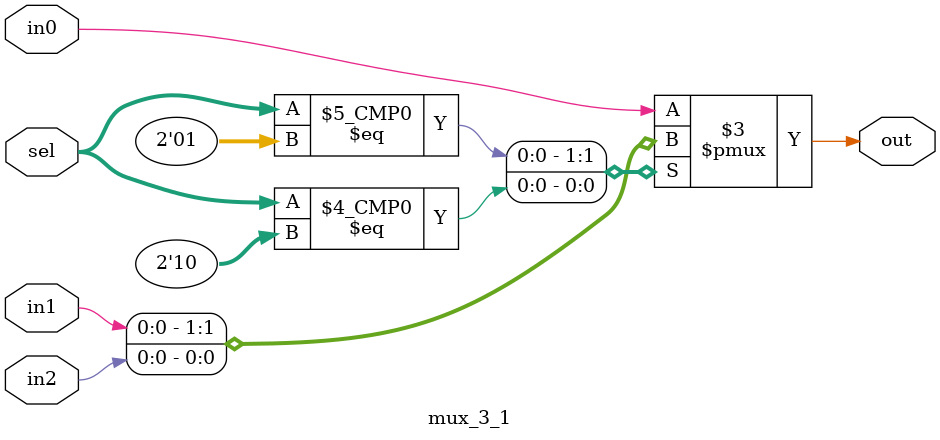
<source format=v>
module mux_3_1 (
    input in0,
    input in1,
    input in2,
    input [1:0]sel,
    output reg out

);
    always @(*) begin
       
        case(sel)
            2'b00:out=in0;
            2'b01:out=in1;
            2'b10:out=in2;
            default: out=in0;
        endcase
    end
endmodule
</source>
